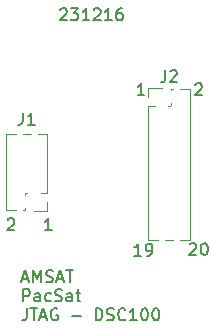
<source format=gbr>
%TF.GenerationSoftware,KiCad,Pcbnew,7.0.9-7.0.9~ubuntu22.04.1*%
%TF.CreationDate,2023-12-17T15:48:06-06:00*%
%TF.ProjectId,PacSat_JTAG_Interface,50616353-6174-45f4-9a54-41475f496e74,rev?*%
%TF.SameCoordinates,Original*%
%TF.FileFunction,Legend,Top*%
%TF.FilePolarity,Positive*%
%FSLAX46Y46*%
G04 Gerber Fmt 4.6, Leading zero omitted, Abs format (unit mm)*
G04 Created by KiCad (PCBNEW 7.0.9-7.0.9~ubuntu22.04.1) date 2023-12-17 15:48:06*
%MOMM*%
%LPD*%
G01*
G04 APERTURE LIST*
%ADD10C,0.150000*%
%ADD11C,0.120000*%
G04 APERTURE END LIST*
D10*
X105769447Y-90275831D02*
X105817066Y-90228212D01*
X105817066Y-90228212D02*
X105912304Y-90180593D01*
X105912304Y-90180593D02*
X106150399Y-90180593D01*
X106150399Y-90180593D02*
X106245637Y-90228212D01*
X106245637Y-90228212D02*
X106293256Y-90275831D01*
X106293256Y-90275831D02*
X106340875Y-90371069D01*
X106340875Y-90371069D02*
X106340875Y-90466307D01*
X106340875Y-90466307D02*
X106293256Y-90609164D01*
X106293256Y-90609164D02*
X105721828Y-91180593D01*
X105721828Y-91180593D02*
X106340875Y-91180593D01*
X106959923Y-90180593D02*
X107055161Y-90180593D01*
X107055161Y-90180593D02*
X107150399Y-90228212D01*
X107150399Y-90228212D02*
X107198018Y-90275831D01*
X107198018Y-90275831D02*
X107245637Y-90371069D01*
X107245637Y-90371069D02*
X107293256Y-90561545D01*
X107293256Y-90561545D02*
X107293256Y-90799640D01*
X107293256Y-90799640D02*
X107245637Y-90990116D01*
X107245637Y-90990116D02*
X107198018Y-91085354D01*
X107198018Y-91085354D02*
X107150399Y-91132974D01*
X107150399Y-91132974D02*
X107055161Y-91180593D01*
X107055161Y-91180593D02*
X106959923Y-91180593D01*
X106959923Y-91180593D02*
X106864685Y-91132974D01*
X106864685Y-91132974D02*
X106817066Y-91085354D01*
X106817066Y-91085354D02*
X106769447Y-90990116D01*
X106769447Y-90990116D02*
X106721828Y-90799640D01*
X106721828Y-90799640D02*
X106721828Y-90561545D01*
X106721828Y-90561545D02*
X106769447Y-90371069D01*
X106769447Y-90371069D02*
X106817066Y-90275831D01*
X106817066Y-90275831D02*
X106864685Y-90228212D01*
X106864685Y-90228212D02*
X106959923Y-90180593D01*
X101665548Y-91244841D02*
X101094120Y-91244841D01*
X101379834Y-91244841D02*
X101379834Y-90244841D01*
X101379834Y-90244841D02*
X101284596Y-90387698D01*
X101284596Y-90387698D02*
X101189358Y-90482936D01*
X101189358Y-90482936D02*
X101094120Y-90530555D01*
X102141739Y-91244841D02*
X102332215Y-91244841D01*
X102332215Y-91244841D02*
X102427453Y-91197222D01*
X102427453Y-91197222D02*
X102475072Y-91149602D01*
X102475072Y-91149602D02*
X102570310Y-91006745D01*
X102570310Y-91006745D02*
X102617929Y-90816269D01*
X102617929Y-90816269D02*
X102617929Y-90435317D01*
X102617929Y-90435317D02*
X102570310Y-90340079D01*
X102570310Y-90340079D02*
X102522691Y-90292460D01*
X102522691Y-90292460D02*
X102427453Y-90244841D01*
X102427453Y-90244841D02*
X102236977Y-90244841D01*
X102236977Y-90244841D02*
X102141739Y-90292460D01*
X102141739Y-90292460D02*
X102094120Y-90340079D01*
X102094120Y-90340079D02*
X102046501Y-90435317D01*
X102046501Y-90435317D02*
X102046501Y-90673412D01*
X102046501Y-90673412D02*
X102094120Y-90768650D01*
X102094120Y-90768650D02*
X102141739Y-90816269D01*
X102141739Y-90816269D02*
X102236977Y-90863888D01*
X102236977Y-90863888D02*
X102427453Y-90863888D01*
X102427453Y-90863888D02*
X102522691Y-90816269D01*
X102522691Y-90816269D02*
X102570310Y-90768650D01*
X102570310Y-90768650D02*
X102617929Y-90673412D01*
X90351210Y-88195288D02*
X90398829Y-88147669D01*
X90398829Y-88147669D02*
X90494067Y-88100050D01*
X90494067Y-88100050D02*
X90732162Y-88100050D01*
X90732162Y-88100050D02*
X90827400Y-88147669D01*
X90827400Y-88147669D02*
X90875019Y-88195288D01*
X90875019Y-88195288D02*
X90922638Y-88290526D01*
X90922638Y-88290526D02*
X90922638Y-88385764D01*
X90922638Y-88385764D02*
X90875019Y-88528621D01*
X90875019Y-88528621D02*
X90303591Y-89100050D01*
X90303591Y-89100050D02*
X90922638Y-89100050D01*
X94097638Y-89100050D02*
X93526210Y-89100050D01*
X93811924Y-89100050D02*
X93811924Y-88100050D01*
X93811924Y-88100050D02*
X93716686Y-88242907D01*
X93716686Y-88242907D02*
X93621448Y-88338145D01*
X93621448Y-88338145D02*
X93526210Y-88385764D01*
X106226210Y-76765288D02*
X106273829Y-76717669D01*
X106273829Y-76717669D02*
X106369067Y-76670050D01*
X106369067Y-76670050D02*
X106607162Y-76670050D01*
X106607162Y-76670050D02*
X106702400Y-76717669D01*
X106702400Y-76717669D02*
X106750019Y-76765288D01*
X106750019Y-76765288D02*
X106797638Y-76860526D01*
X106797638Y-76860526D02*
X106797638Y-76955764D01*
X106797638Y-76955764D02*
X106750019Y-77098621D01*
X106750019Y-77098621D02*
X106178591Y-77670050D01*
X106178591Y-77670050D02*
X106797638Y-77670050D01*
X101943500Y-77670049D02*
X101372072Y-77670049D01*
X101657786Y-77670049D02*
X101657786Y-76670049D01*
X101657786Y-76670049D02*
X101562548Y-76812906D01*
X101562548Y-76812906D02*
X101467310Y-76908144D01*
X101467310Y-76908144D02*
X101372072Y-76955763D01*
X91621210Y-93214335D02*
X92097400Y-93214335D01*
X91525972Y-93500050D02*
X91859305Y-92500050D01*
X91859305Y-92500050D02*
X92192638Y-93500050D01*
X92525972Y-93500050D02*
X92525972Y-92500050D01*
X92525972Y-92500050D02*
X92859305Y-93214335D01*
X92859305Y-93214335D02*
X93192638Y-92500050D01*
X93192638Y-92500050D02*
X93192638Y-93500050D01*
X93621210Y-93452431D02*
X93764067Y-93500050D01*
X93764067Y-93500050D02*
X94002162Y-93500050D01*
X94002162Y-93500050D02*
X94097400Y-93452431D01*
X94097400Y-93452431D02*
X94145019Y-93404811D01*
X94145019Y-93404811D02*
X94192638Y-93309573D01*
X94192638Y-93309573D02*
X94192638Y-93214335D01*
X94192638Y-93214335D02*
X94145019Y-93119097D01*
X94145019Y-93119097D02*
X94097400Y-93071478D01*
X94097400Y-93071478D02*
X94002162Y-93023859D01*
X94002162Y-93023859D02*
X93811686Y-92976240D01*
X93811686Y-92976240D02*
X93716448Y-92928621D01*
X93716448Y-92928621D02*
X93668829Y-92881002D01*
X93668829Y-92881002D02*
X93621210Y-92785764D01*
X93621210Y-92785764D02*
X93621210Y-92690526D01*
X93621210Y-92690526D02*
X93668829Y-92595288D01*
X93668829Y-92595288D02*
X93716448Y-92547669D01*
X93716448Y-92547669D02*
X93811686Y-92500050D01*
X93811686Y-92500050D02*
X94049781Y-92500050D01*
X94049781Y-92500050D02*
X94192638Y-92547669D01*
X94573591Y-93214335D02*
X95049781Y-93214335D01*
X94478353Y-93500050D02*
X94811686Y-92500050D01*
X94811686Y-92500050D02*
X95145019Y-93500050D01*
X95335496Y-92500050D02*
X95906924Y-92500050D01*
X95621210Y-93500050D02*
X95621210Y-92500050D01*
X91668829Y-95110050D02*
X91668829Y-94110050D01*
X91668829Y-94110050D02*
X92049781Y-94110050D01*
X92049781Y-94110050D02*
X92145019Y-94157669D01*
X92145019Y-94157669D02*
X92192638Y-94205288D01*
X92192638Y-94205288D02*
X92240257Y-94300526D01*
X92240257Y-94300526D02*
X92240257Y-94443383D01*
X92240257Y-94443383D02*
X92192638Y-94538621D01*
X92192638Y-94538621D02*
X92145019Y-94586240D01*
X92145019Y-94586240D02*
X92049781Y-94633859D01*
X92049781Y-94633859D02*
X91668829Y-94633859D01*
X93097400Y-95110050D02*
X93097400Y-94586240D01*
X93097400Y-94586240D02*
X93049781Y-94491002D01*
X93049781Y-94491002D02*
X92954543Y-94443383D01*
X92954543Y-94443383D02*
X92764067Y-94443383D01*
X92764067Y-94443383D02*
X92668829Y-94491002D01*
X93097400Y-95062431D02*
X93002162Y-95110050D01*
X93002162Y-95110050D02*
X92764067Y-95110050D01*
X92764067Y-95110050D02*
X92668829Y-95062431D01*
X92668829Y-95062431D02*
X92621210Y-94967192D01*
X92621210Y-94967192D02*
X92621210Y-94871954D01*
X92621210Y-94871954D02*
X92668829Y-94776716D01*
X92668829Y-94776716D02*
X92764067Y-94729097D01*
X92764067Y-94729097D02*
X93002162Y-94729097D01*
X93002162Y-94729097D02*
X93097400Y-94681478D01*
X94002162Y-95062431D02*
X93906924Y-95110050D01*
X93906924Y-95110050D02*
X93716448Y-95110050D01*
X93716448Y-95110050D02*
X93621210Y-95062431D01*
X93621210Y-95062431D02*
X93573591Y-95014811D01*
X93573591Y-95014811D02*
X93525972Y-94919573D01*
X93525972Y-94919573D02*
X93525972Y-94633859D01*
X93525972Y-94633859D02*
X93573591Y-94538621D01*
X93573591Y-94538621D02*
X93621210Y-94491002D01*
X93621210Y-94491002D02*
X93716448Y-94443383D01*
X93716448Y-94443383D02*
X93906924Y-94443383D01*
X93906924Y-94443383D02*
X94002162Y-94491002D01*
X94383115Y-95062431D02*
X94525972Y-95110050D01*
X94525972Y-95110050D02*
X94764067Y-95110050D01*
X94764067Y-95110050D02*
X94859305Y-95062431D01*
X94859305Y-95062431D02*
X94906924Y-95014811D01*
X94906924Y-95014811D02*
X94954543Y-94919573D01*
X94954543Y-94919573D02*
X94954543Y-94824335D01*
X94954543Y-94824335D02*
X94906924Y-94729097D01*
X94906924Y-94729097D02*
X94859305Y-94681478D01*
X94859305Y-94681478D02*
X94764067Y-94633859D01*
X94764067Y-94633859D02*
X94573591Y-94586240D01*
X94573591Y-94586240D02*
X94478353Y-94538621D01*
X94478353Y-94538621D02*
X94430734Y-94491002D01*
X94430734Y-94491002D02*
X94383115Y-94395764D01*
X94383115Y-94395764D02*
X94383115Y-94300526D01*
X94383115Y-94300526D02*
X94430734Y-94205288D01*
X94430734Y-94205288D02*
X94478353Y-94157669D01*
X94478353Y-94157669D02*
X94573591Y-94110050D01*
X94573591Y-94110050D02*
X94811686Y-94110050D01*
X94811686Y-94110050D02*
X94954543Y-94157669D01*
X95811686Y-95110050D02*
X95811686Y-94586240D01*
X95811686Y-94586240D02*
X95764067Y-94491002D01*
X95764067Y-94491002D02*
X95668829Y-94443383D01*
X95668829Y-94443383D02*
X95478353Y-94443383D01*
X95478353Y-94443383D02*
X95383115Y-94491002D01*
X95811686Y-95062431D02*
X95716448Y-95110050D01*
X95716448Y-95110050D02*
X95478353Y-95110050D01*
X95478353Y-95110050D02*
X95383115Y-95062431D01*
X95383115Y-95062431D02*
X95335496Y-94967192D01*
X95335496Y-94967192D02*
X95335496Y-94871954D01*
X95335496Y-94871954D02*
X95383115Y-94776716D01*
X95383115Y-94776716D02*
X95478353Y-94729097D01*
X95478353Y-94729097D02*
X95716448Y-94729097D01*
X95716448Y-94729097D02*
X95811686Y-94681478D01*
X96145020Y-94443383D02*
X96525972Y-94443383D01*
X96287877Y-94110050D02*
X96287877Y-94967192D01*
X96287877Y-94967192D02*
X96335496Y-95062431D01*
X96335496Y-95062431D02*
X96430734Y-95110050D01*
X96430734Y-95110050D02*
X96525972Y-95110050D01*
X91954543Y-95720050D02*
X91954543Y-96434335D01*
X91954543Y-96434335D02*
X91906924Y-96577192D01*
X91906924Y-96577192D02*
X91811686Y-96672431D01*
X91811686Y-96672431D02*
X91668829Y-96720050D01*
X91668829Y-96720050D02*
X91573591Y-96720050D01*
X92287877Y-95720050D02*
X92859305Y-95720050D01*
X92573591Y-96720050D02*
X92573591Y-95720050D01*
X93145020Y-96434335D02*
X93621210Y-96434335D01*
X93049782Y-96720050D02*
X93383115Y-95720050D01*
X93383115Y-95720050D02*
X93716448Y-96720050D01*
X94573591Y-95767669D02*
X94478353Y-95720050D01*
X94478353Y-95720050D02*
X94335496Y-95720050D01*
X94335496Y-95720050D02*
X94192639Y-95767669D01*
X94192639Y-95767669D02*
X94097401Y-95862907D01*
X94097401Y-95862907D02*
X94049782Y-95958145D01*
X94049782Y-95958145D02*
X94002163Y-96148621D01*
X94002163Y-96148621D02*
X94002163Y-96291478D01*
X94002163Y-96291478D02*
X94049782Y-96481954D01*
X94049782Y-96481954D02*
X94097401Y-96577192D01*
X94097401Y-96577192D02*
X94192639Y-96672431D01*
X94192639Y-96672431D02*
X94335496Y-96720050D01*
X94335496Y-96720050D02*
X94430734Y-96720050D01*
X94430734Y-96720050D02*
X94573591Y-96672431D01*
X94573591Y-96672431D02*
X94621210Y-96624811D01*
X94621210Y-96624811D02*
X94621210Y-96291478D01*
X94621210Y-96291478D02*
X94430734Y-96291478D01*
X95811687Y-96339097D02*
X96573592Y-96339097D01*
X97811687Y-96720050D02*
X97811687Y-95720050D01*
X97811687Y-95720050D02*
X98049782Y-95720050D01*
X98049782Y-95720050D02*
X98192639Y-95767669D01*
X98192639Y-95767669D02*
X98287877Y-95862907D01*
X98287877Y-95862907D02*
X98335496Y-95958145D01*
X98335496Y-95958145D02*
X98383115Y-96148621D01*
X98383115Y-96148621D02*
X98383115Y-96291478D01*
X98383115Y-96291478D02*
X98335496Y-96481954D01*
X98335496Y-96481954D02*
X98287877Y-96577192D01*
X98287877Y-96577192D02*
X98192639Y-96672431D01*
X98192639Y-96672431D02*
X98049782Y-96720050D01*
X98049782Y-96720050D02*
X97811687Y-96720050D01*
X98764068Y-96672431D02*
X98906925Y-96720050D01*
X98906925Y-96720050D02*
X99145020Y-96720050D01*
X99145020Y-96720050D02*
X99240258Y-96672431D01*
X99240258Y-96672431D02*
X99287877Y-96624811D01*
X99287877Y-96624811D02*
X99335496Y-96529573D01*
X99335496Y-96529573D02*
X99335496Y-96434335D01*
X99335496Y-96434335D02*
X99287877Y-96339097D01*
X99287877Y-96339097D02*
X99240258Y-96291478D01*
X99240258Y-96291478D02*
X99145020Y-96243859D01*
X99145020Y-96243859D02*
X98954544Y-96196240D01*
X98954544Y-96196240D02*
X98859306Y-96148621D01*
X98859306Y-96148621D02*
X98811687Y-96101002D01*
X98811687Y-96101002D02*
X98764068Y-96005764D01*
X98764068Y-96005764D02*
X98764068Y-95910526D01*
X98764068Y-95910526D02*
X98811687Y-95815288D01*
X98811687Y-95815288D02*
X98859306Y-95767669D01*
X98859306Y-95767669D02*
X98954544Y-95720050D01*
X98954544Y-95720050D02*
X99192639Y-95720050D01*
X99192639Y-95720050D02*
X99335496Y-95767669D01*
X100335496Y-96624811D02*
X100287877Y-96672431D01*
X100287877Y-96672431D02*
X100145020Y-96720050D01*
X100145020Y-96720050D02*
X100049782Y-96720050D01*
X100049782Y-96720050D02*
X99906925Y-96672431D01*
X99906925Y-96672431D02*
X99811687Y-96577192D01*
X99811687Y-96577192D02*
X99764068Y-96481954D01*
X99764068Y-96481954D02*
X99716449Y-96291478D01*
X99716449Y-96291478D02*
X99716449Y-96148621D01*
X99716449Y-96148621D02*
X99764068Y-95958145D01*
X99764068Y-95958145D02*
X99811687Y-95862907D01*
X99811687Y-95862907D02*
X99906925Y-95767669D01*
X99906925Y-95767669D02*
X100049782Y-95720050D01*
X100049782Y-95720050D02*
X100145020Y-95720050D01*
X100145020Y-95720050D02*
X100287877Y-95767669D01*
X100287877Y-95767669D02*
X100335496Y-95815288D01*
X101287877Y-96720050D02*
X100716449Y-96720050D01*
X101002163Y-96720050D02*
X101002163Y-95720050D01*
X101002163Y-95720050D02*
X100906925Y-95862907D01*
X100906925Y-95862907D02*
X100811687Y-95958145D01*
X100811687Y-95958145D02*
X100716449Y-96005764D01*
X101906925Y-95720050D02*
X102002163Y-95720050D01*
X102002163Y-95720050D02*
X102097401Y-95767669D01*
X102097401Y-95767669D02*
X102145020Y-95815288D01*
X102145020Y-95815288D02*
X102192639Y-95910526D01*
X102192639Y-95910526D02*
X102240258Y-96101002D01*
X102240258Y-96101002D02*
X102240258Y-96339097D01*
X102240258Y-96339097D02*
X102192639Y-96529573D01*
X102192639Y-96529573D02*
X102145020Y-96624811D01*
X102145020Y-96624811D02*
X102097401Y-96672431D01*
X102097401Y-96672431D02*
X102002163Y-96720050D01*
X102002163Y-96720050D02*
X101906925Y-96720050D01*
X101906925Y-96720050D02*
X101811687Y-96672431D01*
X101811687Y-96672431D02*
X101764068Y-96624811D01*
X101764068Y-96624811D02*
X101716449Y-96529573D01*
X101716449Y-96529573D02*
X101668830Y-96339097D01*
X101668830Y-96339097D02*
X101668830Y-96101002D01*
X101668830Y-96101002D02*
X101716449Y-95910526D01*
X101716449Y-95910526D02*
X101764068Y-95815288D01*
X101764068Y-95815288D02*
X101811687Y-95767669D01*
X101811687Y-95767669D02*
X101906925Y-95720050D01*
X102859306Y-95720050D02*
X102954544Y-95720050D01*
X102954544Y-95720050D02*
X103049782Y-95767669D01*
X103049782Y-95767669D02*
X103097401Y-95815288D01*
X103097401Y-95815288D02*
X103145020Y-95910526D01*
X103145020Y-95910526D02*
X103192639Y-96101002D01*
X103192639Y-96101002D02*
X103192639Y-96339097D01*
X103192639Y-96339097D02*
X103145020Y-96529573D01*
X103145020Y-96529573D02*
X103097401Y-96624811D01*
X103097401Y-96624811D02*
X103049782Y-96672431D01*
X103049782Y-96672431D02*
X102954544Y-96720050D01*
X102954544Y-96720050D02*
X102859306Y-96720050D01*
X102859306Y-96720050D02*
X102764068Y-96672431D01*
X102764068Y-96672431D02*
X102716449Y-96624811D01*
X102716449Y-96624811D02*
X102668830Y-96529573D01*
X102668830Y-96529573D02*
X102621211Y-96339097D01*
X102621211Y-96339097D02*
X102621211Y-96101002D01*
X102621211Y-96101002D02*
X102668830Y-95910526D01*
X102668830Y-95910526D02*
X102716449Y-95815288D01*
X102716449Y-95815288D02*
X102764068Y-95767669D01*
X102764068Y-95767669D02*
X102859306Y-95720050D01*
X94796210Y-70415288D02*
X94843829Y-70367669D01*
X94843829Y-70367669D02*
X94939067Y-70320050D01*
X94939067Y-70320050D02*
X95177162Y-70320050D01*
X95177162Y-70320050D02*
X95272400Y-70367669D01*
X95272400Y-70367669D02*
X95320019Y-70415288D01*
X95320019Y-70415288D02*
X95367638Y-70510526D01*
X95367638Y-70510526D02*
X95367638Y-70605764D01*
X95367638Y-70605764D02*
X95320019Y-70748621D01*
X95320019Y-70748621D02*
X94748591Y-71320050D01*
X94748591Y-71320050D02*
X95367638Y-71320050D01*
X95700972Y-70320050D02*
X96320019Y-70320050D01*
X96320019Y-70320050D02*
X95986686Y-70701002D01*
X95986686Y-70701002D02*
X96129543Y-70701002D01*
X96129543Y-70701002D02*
X96224781Y-70748621D01*
X96224781Y-70748621D02*
X96272400Y-70796240D01*
X96272400Y-70796240D02*
X96320019Y-70891478D01*
X96320019Y-70891478D02*
X96320019Y-71129573D01*
X96320019Y-71129573D02*
X96272400Y-71224811D01*
X96272400Y-71224811D02*
X96224781Y-71272431D01*
X96224781Y-71272431D02*
X96129543Y-71320050D01*
X96129543Y-71320050D02*
X95843829Y-71320050D01*
X95843829Y-71320050D02*
X95748591Y-71272431D01*
X95748591Y-71272431D02*
X95700972Y-71224811D01*
X97272400Y-71320050D02*
X96700972Y-71320050D01*
X96986686Y-71320050D02*
X96986686Y-70320050D01*
X96986686Y-70320050D02*
X96891448Y-70462907D01*
X96891448Y-70462907D02*
X96796210Y-70558145D01*
X96796210Y-70558145D02*
X96700972Y-70605764D01*
X97653353Y-70415288D02*
X97700972Y-70367669D01*
X97700972Y-70367669D02*
X97796210Y-70320050D01*
X97796210Y-70320050D02*
X98034305Y-70320050D01*
X98034305Y-70320050D02*
X98129543Y-70367669D01*
X98129543Y-70367669D02*
X98177162Y-70415288D01*
X98177162Y-70415288D02*
X98224781Y-70510526D01*
X98224781Y-70510526D02*
X98224781Y-70605764D01*
X98224781Y-70605764D02*
X98177162Y-70748621D01*
X98177162Y-70748621D02*
X97605734Y-71320050D01*
X97605734Y-71320050D02*
X98224781Y-71320050D01*
X99177162Y-71320050D02*
X98605734Y-71320050D01*
X98891448Y-71320050D02*
X98891448Y-70320050D01*
X98891448Y-70320050D02*
X98796210Y-70462907D01*
X98796210Y-70462907D02*
X98700972Y-70558145D01*
X98700972Y-70558145D02*
X98605734Y-70605764D01*
X100034305Y-70320050D02*
X99843829Y-70320050D01*
X99843829Y-70320050D02*
X99748591Y-70367669D01*
X99748591Y-70367669D02*
X99700972Y-70415288D01*
X99700972Y-70415288D02*
X99605734Y-70558145D01*
X99605734Y-70558145D02*
X99558115Y-70748621D01*
X99558115Y-70748621D02*
X99558115Y-71129573D01*
X99558115Y-71129573D02*
X99605734Y-71224811D01*
X99605734Y-71224811D02*
X99653353Y-71272431D01*
X99653353Y-71272431D02*
X99748591Y-71320050D01*
X99748591Y-71320050D02*
X99939067Y-71320050D01*
X99939067Y-71320050D02*
X100034305Y-71272431D01*
X100034305Y-71272431D02*
X100081924Y-71224811D01*
X100081924Y-71224811D02*
X100129543Y-71129573D01*
X100129543Y-71129573D02*
X100129543Y-70891478D01*
X100129543Y-70891478D02*
X100081924Y-70796240D01*
X100081924Y-70796240D02*
X100034305Y-70748621D01*
X100034305Y-70748621D02*
X99939067Y-70701002D01*
X99939067Y-70701002D02*
X99748591Y-70701002D01*
X99748591Y-70701002D02*
X99653353Y-70748621D01*
X99653353Y-70748621D02*
X99605734Y-70796240D01*
X99605734Y-70796240D02*
X99558115Y-70891478D01*
X91633716Y-79160050D02*
X91633716Y-79874335D01*
X91633716Y-79874335D02*
X91586097Y-80017192D01*
X91586097Y-80017192D02*
X91490859Y-80112431D01*
X91490859Y-80112431D02*
X91348002Y-80160050D01*
X91348002Y-80160050D02*
X91252764Y-80160050D01*
X92633716Y-80160050D02*
X92062288Y-80160050D01*
X92348002Y-80160050D02*
X92348002Y-79160050D01*
X92348002Y-79160050D02*
X92252764Y-79302907D01*
X92252764Y-79302907D02*
X92157526Y-79398145D01*
X92157526Y-79398145D02*
X92062288Y-79445764D01*
X103698716Y-75560050D02*
X103698716Y-76274335D01*
X103698716Y-76274335D02*
X103651097Y-76417192D01*
X103651097Y-76417192D02*
X103555859Y-76512431D01*
X103555859Y-76512431D02*
X103413002Y-76560050D01*
X103413002Y-76560050D02*
X103317764Y-76560050D01*
X104127288Y-75655288D02*
X104174907Y-75607669D01*
X104174907Y-75607669D02*
X104270145Y-75560050D01*
X104270145Y-75560050D02*
X104508240Y-75560050D01*
X104508240Y-75560050D02*
X104603478Y-75607669D01*
X104603478Y-75607669D02*
X104651097Y-75655288D01*
X104651097Y-75655288D02*
X104698716Y-75750526D01*
X104698716Y-75750526D02*
X104698716Y-75845764D01*
X104698716Y-75845764D02*
X104651097Y-75988621D01*
X104651097Y-75988621D02*
X104079669Y-76560050D01*
X104079669Y-76560050D02*
X104698716Y-76560050D01*
D11*
%TO.C,J1*%
X93732050Y-87450231D02*
X92602050Y-87450231D01*
X93732050Y-86690231D02*
X93732050Y-87450231D01*
X93732050Y-85930231D02*
X93732050Y-80915231D01*
X93732050Y-85930231D02*
X93165521Y-85930231D01*
X93732050Y-80915231D02*
X92909580Y-80915231D01*
X92294520Y-80915231D02*
X91639580Y-80915231D01*
X92038579Y-85930231D02*
X91895521Y-85930231D01*
X91842050Y-87385231D02*
X91639580Y-87385231D01*
X91842050Y-87253702D02*
X91842050Y-87385231D01*
X91842050Y-85983702D02*
X91842050Y-86126760D01*
X91024520Y-87385231D02*
X90202050Y-87385231D01*
X91024520Y-80915231D02*
X90202050Y-80915231D01*
X90202050Y-87385231D02*
X90202050Y-80915231D01*
%TO.C,J2*%
X102267050Y-77040231D02*
X103397050Y-77040231D01*
X102267050Y-77800231D02*
X102267050Y-77040231D01*
X102267050Y-78560231D02*
X102267050Y-89925231D01*
X102267050Y-78560231D02*
X102833579Y-78560231D01*
X102267050Y-89925231D02*
X103089520Y-89925231D01*
X103704580Y-89925231D02*
X104359520Y-89925231D01*
X103960521Y-78560231D02*
X104103579Y-78560231D01*
X104157050Y-77105231D02*
X104359520Y-77105231D01*
X104157050Y-77236760D02*
X104157050Y-77105231D01*
X104157050Y-78506760D02*
X104157050Y-78363702D01*
X104974580Y-77105231D02*
X105797050Y-77105231D01*
X104974580Y-89925231D02*
X105797050Y-89925231D01*
X105797050Y-77105231D02*
X105797050Y-89925231D01*
%TD*%
M02*

</source>
